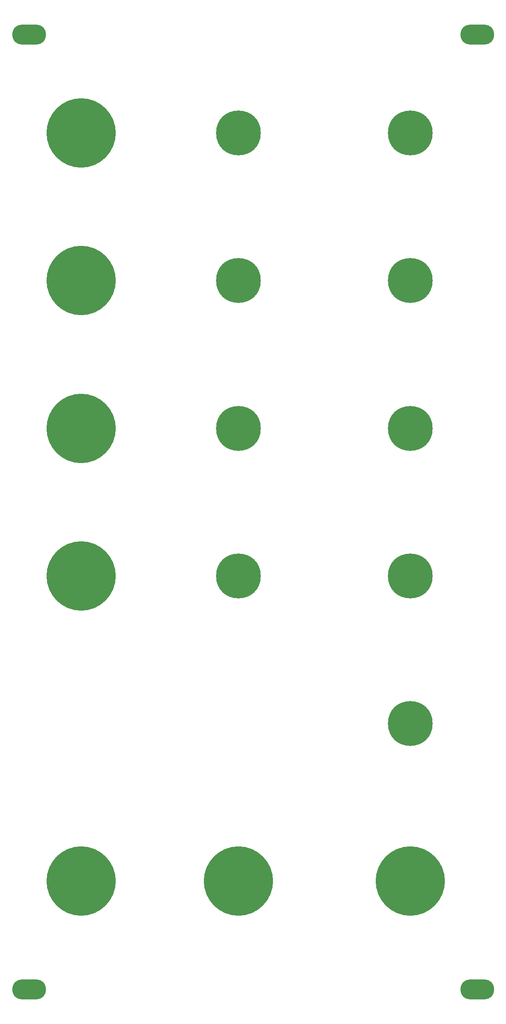
<source format=gbr>
%TF.GenerationSoftware,KiCad,Pcbnew,5.1.6-c6e7f7d~87~ubuntu20.04.1*%
%TF.CreationDate,2020-10-18T18:02:39-04:00*%
%TF.ProjectId,stereo_outs_panel,73746572-656f-45f6-9f75-74735f70616e,rev?*%
%TF.SameCoordinates,Original*%
%TF.FileFunction,Soldermask,Bot*%
%TF.FilePolarity,Negative*%
%FSLAX46Y46*%
G04 Gerber Fmt 4.6, Leading zero omitted, Abs format (unit mm)*
G04 Created by KiCad (PCBNEW 5.1.6-c6e7f7d~87~ubuntu20.04.1) date 2020-10-18 18:02:39*
%MOMM*%
%LPD*%
G01*
G04 APERTURE LIST*
%ADD10O,6.900000X4.100000*%
%ADD11C,9.100000*%
%ADD12C,14.100000*%
G04 APERTURE END LIST*
D10*
%TO.C,H20*%
X145600000Y-23000000D03*
%TD*%
%TO.C,H19*%
X145600000Y-217000000D03*
%TD*%
%TO.C,H18*%
X54400000Y-23000000D03*
%TD*%
%TO.C,H17*%
X54400000Y-217000000D03*
%TD*%
D11*
%TO.C,H16*%
X132000000Y-163000000D03*
%TD*%
%TO.C,H15*%
X132000000Y-133000000D03*
%TD*%
%TO.C,H14*%
X97000000Y-43000000D03*
%TD*%
%TO.C,H13*%
X132000000Y-43000000D03*
%TD*%
%TO.C,H12*%
X97000000Y-73000000D03*
%TD*%
%TO.C,H11*%
X97000000Y-103000000D03*
%TD*%
%TO.C,H10*%
X132000000Y-73000000D03*
%TD*%
%TO.C,H9*%
X132000000Y-103000000D03*
%TD*%
%TO.C,H8*%
X97000000Y-133000000D03*
%TD*%
D12*
%TO.C,H7*%
X132000000Y-195000000D03*
%TD*%
%TO.C,H6*%
X97000000Y-195000000D03*
%TD*%
%TO.C,H5*%
X65000000Y-195000000D03*
%TD*%
%TO.C,H4*%
X65000000Y-133000000D03*
%TD*%
%TO.C,H3*%
X65000000Y-103000000D03*
%TD*%
%TO.C,H2*%
X65000000Y-73000000D03*
%TD*%
%TO.C,H1*%
X65000000Y-43000000D03*
%TD*%
M02*

</source>
